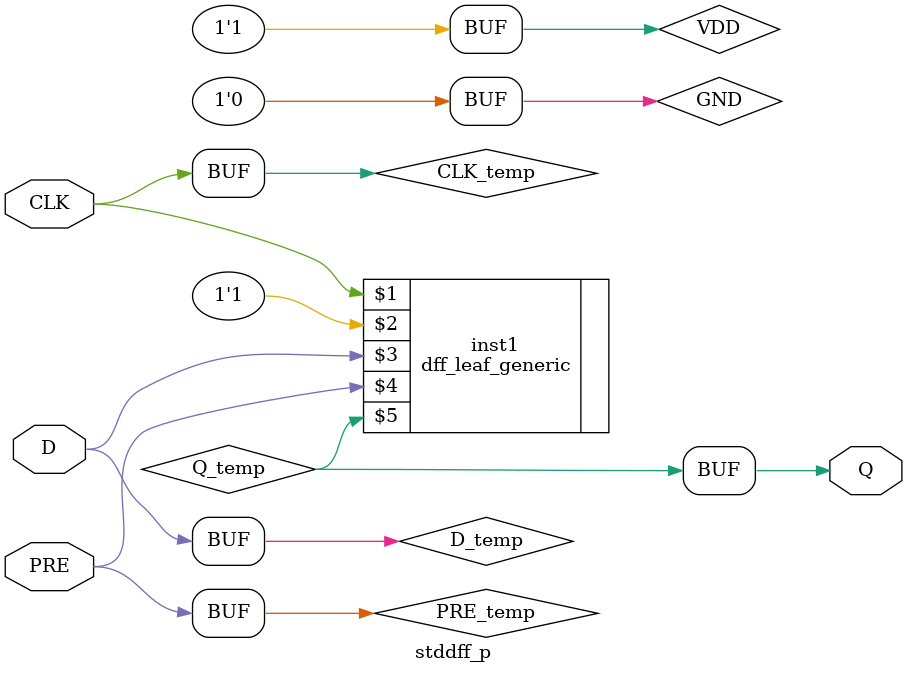
<source format=v>
module stddff_p(CLK,D,PRE,Q);
  parameter
        d_CLK_r = 0,
        d_CLK_f = 0,
        d_D_r = 0,
        d_D_f = 0,
        d_PRE_r = 0,
        d_PRE_f = 0,
        d_Q_r = 1,
        d_Q_f = 1;
  input  CLK;
  input  D;
  input  PRE;
  output  Q;
  wire  CLK_temp;
  wire  D_temp;
  wire  PRE_temp;
  wire  Q_temp;
  supply0  GND;
  supply1  VDD;
  assign #(d_CLK_r,d_CLK_f) CLK_temp = CLK|CLK;
  assign #(d_D_r,d_D_f) D_temp = D|D;
  assign #(d_PRE_r,d_PRE_f) PRE_temp = PRE|PRE;
  assign #(d_Q_r,d_Q_f) Q = Q_temp;
  dff_leaf_generic inst1 (CLK_temp,VDD,D_temp,PRE_temp,Q_temp);
  specify
    specparam
      t_hold_D = 0,
      t_setup_D = 0,
      t_width_PRE = 0;
    $hold(posedge CLK , D , t_hold_D);
    $setup(D , posedge CLK , t_setup_D);
    $width(negedge PRE , t_width_PRE);
  endspecify
endmodule

</source>
